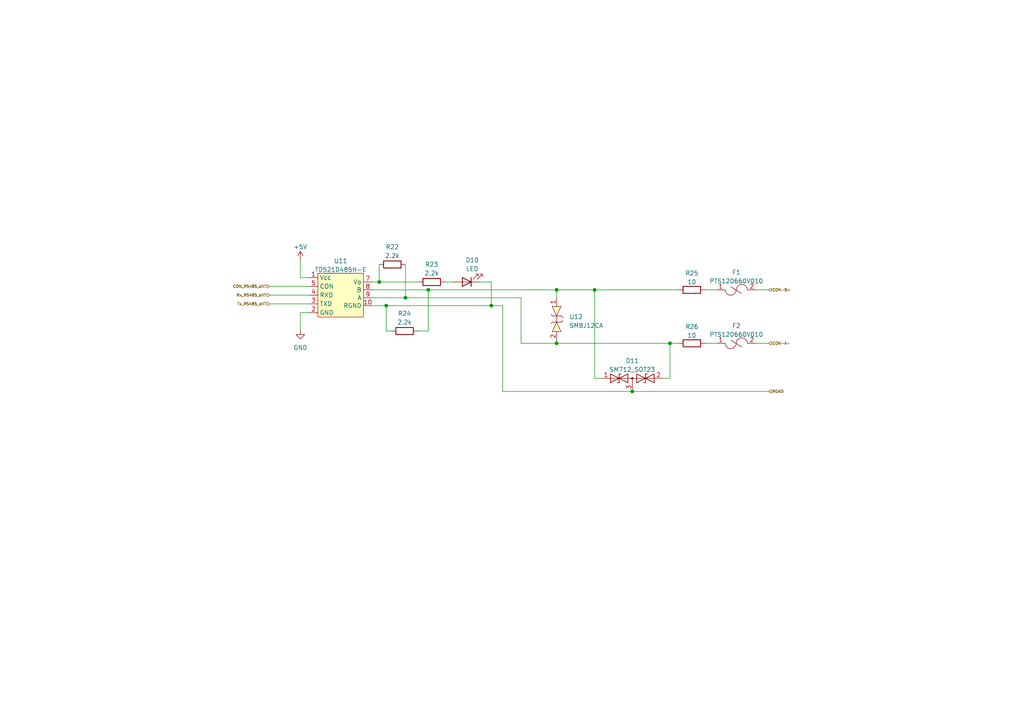
<source format=kicad_sch>
(kicad_sch (version 20230121) (generator eeschema)
  (paper "A4")
  (lib_symbols
    (symbol "Device:LED" (pin_numbers hide) (pin_names (offset 1.016) hide)
      (property "Reference" "D" (at 0 2.54 0))
      (property "Value" "LED" (at 0 -2.54 0))
      (symbol "LED_0_1"
        (polyline (pts (xy -1.27 -1.27) (xy -1.27 1.27)) (stroke (width 0.254)))
        (polyline (pts (xy -1.27 0) (xy 1.27 0)))
        (polyline (pts (xy 1.27 -1.27) (xy 1.27 1.27) (xy -1.27 0) (xy 1.27 -1.27)) (stroke (width 0.254)))
        (polyline (pts (xy -3.048 -0.762) (xy -4.572 -2.286) (xy -3.81 -2.286) (xy -4.572 -2.286) (xy -4.572 -1.524)))
        (polyline (pts (xy -1.778 -0.762) (xy -3.302 -2.286) (xy -2.54 -2.286) (xy -3.302 -2.286) (xy -3.302 -1.524)))
      )
      (symbol "LED_1_1"
        (pin passive line (at -3.81 0 0) (length 2.54) (name "K") (number "1"))
        (pin passive line (at 3.81 0 180) (length 2.54) (name "A") (number "2"))
      )
    )
    (symbol "Device:R" (pin_numbers hide) (pin_names (offset 0))
      (property "Reference" "R" (at 2.032 0 90))
      (property "Value" "R" (at 0 0 90))
      (symbol "R_0_1"
        (rectangle (start -1.016 -2.54) (end 1.016 2.54) (stroke (width 0.254)))
      )
      (symbol "R_1_1"
        (pin passive line (at 0 3.81 270) (length 1.27) (name "~") (number "1"))
        (pin passive line (at 0 -3.81 90) (length 1.27) (name "~") (number "2"))
      )
    )
    (symbol "Diode:SM712_SOT23" (pin_names (offset 1.016) hide)
      (property "Reference" "D" (at 0 4.445 0))
      (property "Value" "SM712_SOT23" (at 0 2.54 0))
      (symbol "SM712_SOT23_0_0"
        (polyline (pts (xy 0 -1.27) (xy 0 0)))
      )
      (symbol "SM712_SOT23_0_1"
        (polyline (pts (xy -6.35 0) (xy 6.35 0)))
        (polyline (pts (xy -3.302 1.27) (xy -3.81 1.27) (xy -3.81 -1.27) (xy -4.318 -1.27)) (stroke (width 0.2032)))
        (polyline (pts (xy 4.318 1.27) (xy 3.81 1.27) (xy 3.81 -1.27) (xy 3.302 -1.27)) (stroke (width 0.2032)))
        (polyline (pts (xy -6.35 -1.27) (xy -1.27 1.27) (xy -1.27 -1.27) (xy -6.35 1.27) (xy -6.35 -1.27)) (stroke (width 0.2032)))
        (polyline (pts (xy 1.27 -1.27) (xy 1.27 1.27) (xy 6.35 -1.27) (xy 6.35 1.27) (xy 1.27 -1.27)) (stroke (width 0.2032)))
        (circle (center 0 0) (radius 0.254) (fill (type outline)))
      )
      (symbol "SM712_SOT23_1_1"
        (pin passive line (at -8.89 0 0) (length 2.54) (name "A1") (number "1"))
        (pin passive line (at 8.89 0 180) (length 2.54) (name "A2") (number "2"))
        (pin input line (at 0 -3.81 90) (length 2.54) (name "common") (number "3"))
      )
    )
    (symbol "nuevos simvolos:PTS120660V010"
      (property "Reference" "F" (at 0 -2.54 0))
      (property "Value" "PTS120660V010" (at 0 -4.064 0))
      (symbol "PTS120660V010_0_1"
        (arc (start -3.1877 0) (mid -1.5689 -1.5407) (end 0 0.0508))
        (polyline (pts (xy -1.524 0.8636) (xy 1.524 -1.016)))
        (arc (start 3.2766 0) (mid 1.6623 1.5705) (end 0 0.0508))
      )
      (symbol "PTS120660V010_1_1"
        (pin input line (at -5.7404 0 0) (length 2.54) (name "") (number "1"))
        (pin output line (at 5.842 0 180) (length 2.54) (name "") (number "2"))
      )
    )
    (symbol "nuevos simvolos:SMBJ12CA"
      (property "Reference" "U" (at 6.858 5.588 0))
      (property "Value" "SMBJ12CA" (at 6.858 4.064 0))
      (symbol "SMBJ12CA_0_1"
        (polyline (pts (xy 0 7.366) (xy 0 5.588)))
        (polyline (pts (xy -1.524 5.08) (xy -1.27 5.588) (xy 1.524 5.588) (xy 1.778 6.096)))
        (polyline (pts (xy -1.524 7.874) (xy -1.27 7.366) (xy 1.524 7.366) (xy 1.778 6.858)))
        (polyline (pts (xy 0 5.588) (xy -1.27 2.794) (xy 1.27 2.794) (xy 0 5.588)) (fill (type background)))
        (polyline (pts (xy 0 7.366) (xy -1.27 10.16) (xy 1.27 10.16) (xy 0 7.366)) (fill (type background)))
      )
      (symbol "SMBJ12CA_1_1"
        (pin bidirectional line (at 0 12.7 270) (length 2.54) (name "") (number "1"))
        (pin bidirectional line (at 0 0.254 90) (length 2.54) (name "") (number "2"))
      )
    )
    (symbol "nuevos simvolos:TD521D485H-E"
      (property "Reference" "U" (at 0 0 0))
      (property "Value" "TD521D485H-E" (at 0.254 -1.524 0))
      (symbol "TD521D485H-E_0_1"
        (rectangle (start -6.35 14.224) (end 6.858 1.524) (fill (type background)))
      )
      (symbol "TD521D485H-E_1_1"
        (pin input line (at -8.89 12.954 0) (length 2.54) (name "Vcc") (number "1"))
        (pin output line (at 9.398 4.826 180) (length 2.54) (name "RGND") (number "10"))
        (pin output line (at -8.89 2.794 0) (length 2.54) (name "GND") (number "2"))
        (pin bidirectional line (at -8.89 5.334 0) (length 2.54) (name "TXD") (number "3"))
        (pin bidirectional line (at -8.89 7.874 0) (length 2.54) (name "RXD") (number "4"))
        (pin bidirectional line (at -8.89 10.414 0) (length 2.54) (name "CON") (number "5"))
        (pin output line (at 9.398 11.684 180) (length 2.54) (name "Vo") (number "7"))
        (pin bidirectional line (at 9.398 9.398 180) (length 2.54) (name "B") (number "8"))
        (pin bidirectional line (at 9.398 7.112 180) (length 2.54) (name "A") (number "9"))
      )
    )
    (symbol "power:+5V" (power) (pin_names (offset 0))
      (property "Value" "+5V" (at 0 3.556 0))
      (symbol "+5V_0_1"
        (polyline (pts (xy -0.762 1.27) (xy 0 2.54)))
        (polyline (pts (xy 0 0) (xy 0 2.54)))
        (polyline (pts (xy 0 2.54) (xy 0.762 1.27)))
      )
      (symbol "+5V_1_1"
        (pin power_in line (at 0 0 90) (length 0) hide (name "+5V") (number "1"))
      )
    )
    (symbol "power:GND" (power) (pin_names (offset 0))
      (property "Value" "GND" (at 0 -3.81 0))
      (symbol "GND_0_1"
        (polyline (pts (xy 0 0) (xy 0 -1.27) (xy 1.27 -1.27) (xy 0 -2.54) (xy -1.27 -1.27) (xy 0 -1.27)))
      )
      (symbol "GND_1_1"
        (pin power_in line (at 0 0 270) (length 0) hide (name "GND") (number "1"))
      )
    )
  )
  (junction (at 117.602 86.36))
  (junction (at 194.31 99.568))
  (junction (at 161.4424 84.074))
  (junction (at 142.494 88.646))
  (junction (at 161.4424 99.568))
  (junction (at 112.014 88.646))
  (junction (at 109.982 81.788))
  (junction (at 183.388 113.538))
  (junction (at 172.466 84.074))
  (junction (at 124.206 84.074))
  (wire (pts (xy 161.4424 99.568) (xy 194.31 99.568)))
  (wire (pts (xy 151.13 86.36) (xy 151.13 99.568)))
  (wire (pts (xy 113.538 96.012) (xy 112.014 96.012)))
  (wire (pts (xy 183.388 113.538) (xy 223.012 113.538)))
  (wire (pts (xy 142.494 81.788) (xy 142.494 88.646)))
  (wire (pts (xy 172.466 109.728) (xy 172.466 84.074)))
  (wire (pts (xy 117.602 86.36) (xy 151.13 86.36)))
  (wire (pts (xy 142.494 88.646) (xy 145.796 88.646)))
  (wire (pts (xy 145.796 88.646) (xy 145.796 113.538)))
  (wire (pts (xy 89.662 90.678) (xy 87.122 90.678)))
  (wire (pts (xy 194.31 99.568) (xy 196.85 99.568)))
  (wire (pts (xy 107.95 81.788) (xy 109.982 81.788)))
  (wire (pts (xy 161.4424 98.7552) (xy 161.4424 99.568)))
  (wire (pts (xy 131.572 81.788) (xy 129.032 81.788)))
  (wire (pts (xy 145.796 113.538) (xy 183.388 113.538)))
  (wire (pts (xy 112.014 96.012) (xy 112.014 88.646)))
  (wire (pts (xy 107.95 86.36) (xy 117.602 86.36)))
  (wire (pts (xy 87.122 90.678) (xy 87.122 95.758)))
  (wire (pts (xy 87.122 75.438) (xy 87.122 80.518)))
  (wire (pts (xy 192.278 109.728) (xy 194.31 109.728)))
  (wire (pts (xy 78.232 85.598) (xy 89.662 85.598)))
  (wire (pts (xy 109.982 81.788) (xy 121.412 81.788)))
  (wire (pts (xy 161.4424 84.074) (xy 161.4424 86.3092)))
  (wire (pts (xy 204.47 84.074) (xy 207.772 84.074)))
  (wire (pts (xy 139.192 81.788) (xy 142.494 81.788)))
  (wire (pts (xy 109.982 76.708) (xy 109.982 81.788)))
  (wire (pts (xy 219.3544 99.568) (xy 223.0628 99.568)))
  (wire (pts (xy 121.158 96.012) (xy 124.206 96.012)))
  (wire (pts (xy 161.4424 84.074) (xy 172.466 84.074)))
  (wire (pts (xy 174.498 109.728) (xy 172.466 109.728)))
  (wire (pts (xy 117.602 76.708) (xy 117.602 86.36)))
  (wire (pts (xy 124.206 84.074) (xy 124.206 96.012)))
  (wire (pts (xy 219.3544 84.074) (xy 223.012 84.074)))
  (wire (pts (xy 204.47 99.568) (xy 207.772 99.568)))
  (wire (pts (xy 107.95 88.646) (xy 112.014 88.646)))
  (wire (pts (xy 151.13 99.568) (xy 161.4424 99.568)))
  (wire (pts (xy 87.122 80.518) (xy 89.662 80.518)))
  (wire (pts (xy 172.466 84.074) (xy 196.85 84.074)))
  (wire (pts (xy 124.206 84.074) (xy 161.4424 84.074)))
  (wire (pts (xy 107.95 84.074) (xy 124.206 84.074)))
  (wire (pts (xy 112.014 88.646) (xy 142.494 88.646)))
  (wire (pts (xy 194.31 109.728) (xy 194.31 99.568)))
  (wire (pts (xy 78.232 88.138) (xy 89.662 88.138)))
  (wire (pts (xy 78.232 83.058) (xy 89.662 83.058)))
  (hierarchical_label "CON-A-" (shape input) (at 223.012 99.568 0) (effects (font (size 0.8 0.8))))
  (hierarchical_label "CON-B+" (shape input) (at 223.012 84.074 0) (effects (font (size 0.8 0.8))))
  (hierarchical_label "RGND" (shape input) (at 223.012 113.538 0) (effects (font (size 0.8 0.8))))
  (hierarchical_label "Rx_RS485_eXT" (shape input) (at 78.232 85.598 180) (effects (font (size 0.8 0.8))))
  (hierarchical_label "Tx_RS485_eXT" (shape input) (at 78.232 88.138 180) (effects (font (size 0.8 0.8))))
  (hierarchical_label "CON_RS485_eXT" (shape input) (at 78.232 83.058 180) (effects (font (size 0.8 0.8))))
  (symbol (lib_id "Device:R") (at 200.66 84.074 90) (unit 1)
    (property "Reference" "R25" (at 200.66 79.248 90))
    (property "Value" "10" (at 200.66 81.788 90))
    (property "Footprint" "Resistor_SMD:R_0805_2012Metric" (effects hide))
  )
  (symbol (lib_id "nuevos simvolos:PTS120660V010") (at 213.5124 84.074 0) (unit 1)
    (property "Reference" "F1" (at 213.5632 78.994 0))
    (property "Value" "PTS120660V010" (at 213.5632 81.534 0))
    (property "Footprint" "Fuse:Fuse_1206_3216Metric" (effects hide))
    (property "Datasheet" "https://www.mouser.com/datasheet/2/87/eaton_pts1206_6_60_volt_dc_surface_mount_resettabl-1608737.pdf" (effects hide))
  )
  (symbol (lib_id "nuevos simvolos:PTS120660V010") (at 213.5124 99.568 0) (unit 1)
    (property "Reference" "F2" (at 213.5632 94.488 0))
    (property "Value" "PTS120660V010" (at 213.5632 97.028 0))
    (property "Footprint" "Fuse:Fuse_1206_3216Metric" (effects hide))
    (property "Datasheet" "https://www.mouser.com/datasheet/2/87/eaton_pts1206_6_60_volt_dc_surface_mount_resettabl-1608737.pdf" (effects hide))
  )
  (symbol (lib_id "Device:R") (at 125.222 81.788 90) (unit 1)
    (property "Reference" "R23" (at 125.222 76.708 90))
    (property "Value" "2.2k" (at 125.222 79.248 90))
    (property "Footprint" "Resistor_SMD:R_0805_2012Metric" (effects hide))
  )
  (symbol (lib_id "power:GND") (at 87.122 95.758 0) (unit 1)
    (property "Reference" "#PWR033" (effects hide))
    (property "Value" "GND" (at 87.122 100.838 0))
  )
  (symbol (lib_id "Device:R") (at 117.348 96.012 90) (unit 1)
    (property "Reference" "R24" (at 117.348 90.932 90))
    (property "Value" "2.2k" (at 117.348 93.472 90))
    (property "Footprint" "Resistor_SMD:R_0805_2012Metric" (effects hide))
  )
  (symbol (lib_id "Device:LED") (at 135.382 81.788 180) (unit 1)
    (property "Reference" "D10" (at 136.9695 75.438 0))
    (property "Value" "LED" (at 136.9695 77.978 0))
    (property "Footprint" "LED_SMD:LED_0805_2012Metric" (effects hide))
  )
  (symbol (lib_id "power:+5V") (at 87.122 75.438 0) (unit 1)
    (property "Reference" "#PWR034" (effects hide))
    (property "Value" "+5V" (at 87.122 71.628 0))
  )
  (symbol (lib_id "nuevos simvolos:TD521D485H-E") (at 98.552 93.472 0) (unit 1)
    (property "Reference" "U11" (at 98.806 75.692 0))
    (property "Value" "TD521D485H-E" (at 98.806 78.232 0))
    (property "Footprint" "nuevo simbolo:TD521D485H-E" (effects hide))
    (property "Datasheet" "https://www.digchip.com/datasheets/parts/datasheet/2/1007/TD521D485H-E-pdf.php" (effects hide))
  )
  (symbol (lib_id "Diode:SM712_SOT23") (at 183.388 109.728 0) (unit 1)
    (property "Reference" "D11" (at 183.388 104.648 0))
    (property "Value" "SM712_SOT23" (at 183.388 107.188 0))
    (property "Footprint" "Package_TO_SOT_SMD:SOT-23" (effects hide))
    (property "Datasheet" "https://www.littelfuse.com/~/media/electronics/datasheets/tvs_diode_arrays/littelfuse_tvs_diode_array_sm712_datasheet.pdf.pdf" (effects hide))
  )
  (symbol (lib_id "Device:R") (at 113.792 76.708 90) (unit 1)
    (property "Reference" "R22" (at 113.792 71.628 90))
    (property "Value" "2.2k" (at 113.792 74.168 90))
    (property "Footprint" "Resistor_SMD:R_0805_2012Metric" (effects hide))
  )
  (symbol (lib_id "nuevos simvolos:SMBJ12CA") (at 161.4424 99.0092 0) (unit 1)
    (property "Reference" "U12" (at 165.1 91.8972 0) (effects (justify left)))
    (property "Value" "SMBJ12CA" (at 165.1 94.4372 0) (effects (justify left)))
    (property "Footprint" "nuevo simbolo:SMBJ12CA" (effects hide))
    (property "Datasheet" "https://pdf1.alldatasheet.com/datasheet-pdf/view/568474/SOCAY/SMBJ12CA.html" (effects hide))
  )
  (symbol (lib_id "Device:R") (at 200.66 99.568 90) (unit 1)
    (property "Reference" "R26" (at 200.66 94.742 90))
    (property "Value" "10" (at 200.66 97.282 90))
    (property "Footprint" "Resistor_SMD:R_0805_2012Metric" (effects hide))
  )
)
</source>
